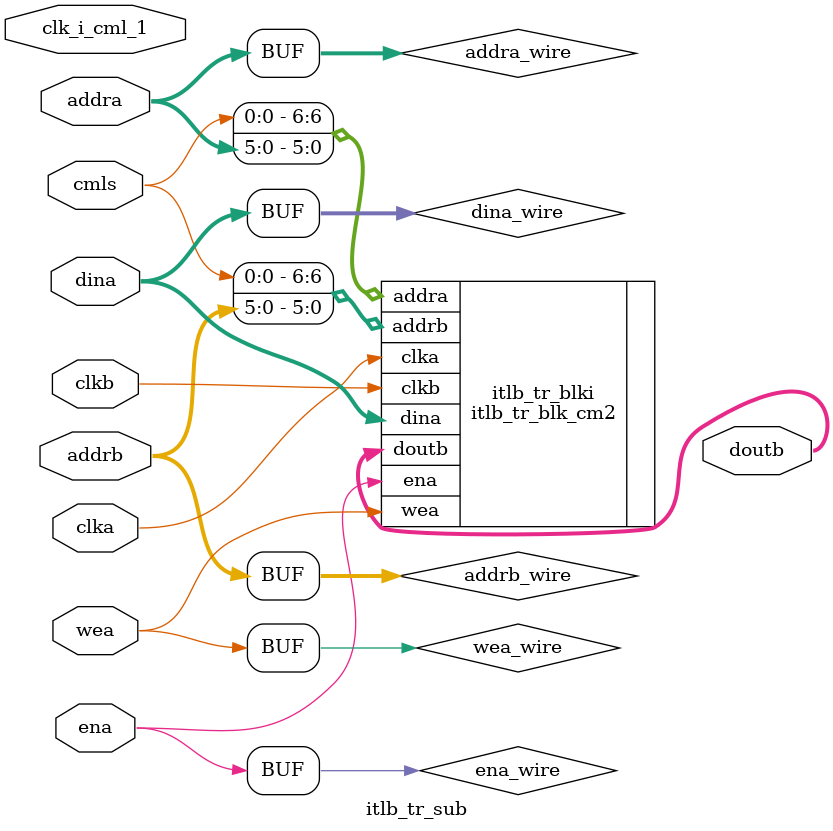
<source format=v>
/*******************************************************************************
*     This file is owned and controlled by Xilinx and must be used             *
*     solely for design, simulation, implementation and creation of            *
*     design files limited to Xilinx devices or technologies. Use              *
*     with non-Xilinx devices or technologies is expressly prohibited          *
*     and immediately terminates your license.                                 *
*                                                                              *
*     XILINX IS PROVIDING THIS DESIGN, CODE, OR INFORMATION "AS IS"            *
*     SOLELY FOR USE IN DEVELOPING PROGRAMS AND SOLUTIONS FOR                  *
*     XILINX DEVICES.  BY PROVIDING THIS DESIGN, CODE, OR INFORMATION          *
*     AS ONE POSSIBLE IMPLEMENTATION OF THIS FEATURE, APPLICATION              *
*     OR STANDARD, XILINX IS MAKING NO REPRESENTATION THAT THIS                *
*     IMPLEMENTATION IS FREE FROM ANY CLAIMS OF INFRINGEMENT,                  *
*     AND YOU ARE RESPONSIBLE FOR OBTAINING ANY RIGHTS YOU MAY REQUIRE         *
*     FOR YOUR IMPLEMENTATION.  XILINX EXPRESSLY DISCLAIMS ANY                 *
*     WARRANTY WHATSOEVER WITH RESPECT TO THE ADEQUACY OF THE                  *
*     IMPLEMENTATION, INCLUDING BUT NOT LIMITED TO ANY WARRANTIES OR           *
*     REPRESENTATIONS THAT THIS IMPLEMENTATION IS FREE FROM CLAIMS OF          *
*     INFRINGEMENT, IMPLIED WARRANTIES OF MERCHANTABILITY AND FITNESS          *
*     FOR A PARTICULAR PURPOSE.                                                *
*                                                                              *
*     Xilinx products are not intended for use in life support                 *
*     appliances, devices, or systems. Use in such applications are            *
*     expressly prohibited.                                                    *
*                                                                              *
*     (c) Copyright 1995-2009 Xilinx, Inc.                                     *
*     All rights reserved.                                                     *
*******************************************************************************/
// The synthesis directives "translate_off/translate_on" specified below are
// supported by Xilinx, Mentor Graphics and Synplicity synthesis
// tools. Ensure they are correct for your synthesis tool(s).

// You must compile the wrapper file itlb_tr_blk.v when simulating
// the core, itlb_tr_blk. When compiling the wrapper file, be sure to
// reference the XilinxCoreLib Verilog simulation library. For detailed
// instructions, please refer to the "CORE Generator Help".

`timescale 1ns/1ps

module itlb_tr_sub(
		clk_i_cml_1,
		cmls,
		
	clka,
	ena,
	wea,
	addra,
	dina,
	clkb,
	addrb,
	doutb);


input clk_i_cml_1;
input cmls;




input clka;
input ena;
input [0 : 0] wea;
input [5 : 0] addra;
input [21 : 0] dina;
input clkb;
input [5 : 0] addrb;
output [21 : 0] doutb;

wire ena_wire;
wire [0 : 0] wea_wire;
wire [5 : 0] addra_wire;
wire [21 : 0] dina_wire;
wire [5 : 0] addrb_wire;

assign ena_wire = ena;
assign wea_wire = wea;
assign addra_wire = addra;
assign dina_wire = dina;
assign addrb_wire = addrb;

itlb_tr_blk_cm2 itlb_tr_blki(
	.clka(clka),
	.ena(ena_wire),
	.wea(wea_wire),
	.addra({cmls, addra_wire}),
	.dina(dina_wire),
	.clkb(clkb),
	.addrb({cmls, addrb_wire}),
	.doutb(doutb));

endmodule



</source>
